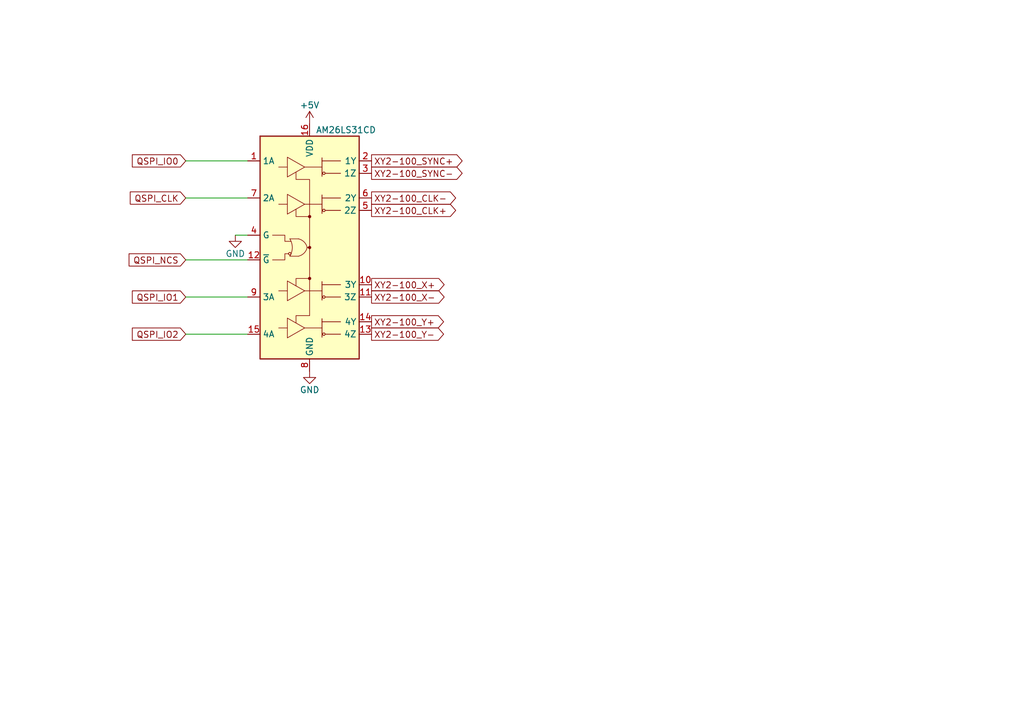
<source format=kicad_sch>
(kicad_sch (version 20231120) (generator "eeschema") (generator_version "8.0")
  (paper "A5")
  (lib_symbols
    (symbol "Interface:AM26LS31CD"
      (property "Reference" "U" (at -8.89 24.13 0))
      (property "Value" "AM26LS31CD" (at 10.16 24.13 0))
      (symbol "AM26LS31CD_0_1"
        (rectangle (start -10.16 22.86) (end 10.16 -22.86) (stroke (width 0.254)) (fill (type background)))
        (arc (start -4.064 -1.778) (mid -3.5541 0) (end -4.064 1.778) (stroke (width 0.127)))
        (circle (center -4.064 -1.27) (radius 0.254))
        (arc (start -2.286 -1.778) (mid -1.1381 -1.1479) (end -0.508 0) (stroke (width 0.127)))
        (arc (start -0.508 0) (mid -1.1381 1.1479) (end -2.286 1.778) (stroke (width 0.127)))
        (circle (center 0 -6.35) (radius 0.254) (fill (type outline)))
        (polyline (pts (xy -4.064 -1.778) (xy -2.286 -1.778)) (stroke (width 0.127)))
        (polyline (pts (xy -2.286 1.778) (xy -4.064 1.778)) (stroke (width 0.127)))
        (polyline (pts (xy -1.016 -16.51) (xy 2.54 -16.51)) (stroke (width 0.127)))
        (polyline (pts (xy -1.016 -8.89) (xy 2.54 -8.89)) (stroke (width 0.127)))
        (polyline (pts (xy -1.016 8.89) (xy 2.54 8.89)) (stroke (width 0.127)))
        (polyline (pts (xy -1.016 16.51) (xy 2.54 16.51)) (stroke (width 0.127)))
        (polyline (pts (xy -0.508 0) (xy 0 0)))
        (polyline (pts (xy 0 0) (xy 0 -13.97)) (stroke (width 0.127)))
        (polyline (pts (xy 0 6.35) (xy 0 0)) (stroke (width 0.127)))
        (polyline (pts (xy 2.54 -18.415) (xy 2.54 -14.605)) (stroke (width 0.1524)))
        (polyline (pts (xy 2.54 -15.24) (xy 6.35 -15.24)) (stroke (width 0.1524)))
        (polyline (pts (xy 2.54 -10.795) (xy 2.54 -6.985)) (stroke (width 0.1524)))
        (polyline (pts (xy 2.54 -7.62) (xy 6.35 -7.62)) (stroke (width 0.1524)))
        (polyline (pts (xy 2.54 6.985) (xy 2.54 10.795)) (stroke (width 0.1524)))
        (polyline (pts (xy 2.54 10.16) (xy 6.35 10.16)) (stroke (width 0.1524)))
        (polyline (pts (xy 2.54 14.605) (xy 2.54 18.415)) (stroke (width 0.1524)))
        (polyline (pts (xy 2.54 17.78) (xy 6.35 17.78)) (stroke (width 0.1524)))
        (polyline (pts (xy 6.35 -17.78) (xy 3.302 -17.78)) (stroke (width 0.1524)))
        (polyline (pts (xy 6.35 -10.16) (xy 3.302 -10.16)) (stroke (width 0.1524)))
        (polyline (pts (xy 6.35 7.62) (xy 3.302 7.62)) (stroke (width 0.1524)))
        (polyline (pts (xy 6.35 15.24) (xy 3.302 15.24)) (stroke (width 0.1524)))
        (polyline (pts (xy 0 -13.97) (xy -2.794 -13.97) (xy -2.794 -15.494)) (stroke (width 0.127)))
        (polyline (pts (xy 0 -6.35) (xy -2.794 -6.35) (xy -2.794 -7.874)) (stroke (width 0.127)))
        (polyline (pts (xy 0 6.35) (xy -2.794 6.35) (xy -2.794 7.874)) (stroke (width 0.127)))
        (polyline (pts (xy -7.62 2.54) (xy -5.08 2.54) (xy -5.08 1.27) (xy -3.81 1.27)) (stroke (width 0.127)))
        (polyline (pts (xy -4.572 18.542) (xy -4.572 14.478) (xy -1.016 16.51) (xy -4.572 18.542)) (stroke (width 0.127)))
        (polyline (pts (xy -4.318 -1.27) (xy -5.08 -1.27) (xy -5.08 -2.54) (xy -7.62 -2.54)) (stroke (width 0.127)))
        (polyline (pts (xy 0 6.35) (xy 0 13.97) (xy -2.794 13.97) (xy -2.794 15.494)) (stroke (width 0.127)))
        (circle (center 0 0) (radius 0.254) (fill (type outline)))
        (circle (center 0 6.35) (radius 0.254) (fill (type outline)))
        (circle (center 2.921 -17.78) (radius 0.254))
        (circle (center 2.921 -10.16) (radius 0.254))
        (circle (center 2.921 7.62) (radius 0.254))
        (circle (center 2.921 15.24) (radius 0.254))
      )
      (symbol "AM26LS31CD_1_1"
        (polyline (pts (xy -6.35 -16.51) (xy -4.572 -16.51)) (stroke (width 0.127)))
        (polyline (pts (xy -6.35 -8.89) (xy -4.572 -8.89)) (stroke (width 0.127)))
        (polyline (pts (xy -6.35 8.89) (xy -4.572 8.89)) (stroke (width 0.127)))
        (polyline (pts (xy -6.35 16.51) (xy -4.572 16.51)) (stroke (width 0.127)))
        (polyline (pts (xy -4.572 -14.478) (xy -4.572 -18.542) (xy -1.016 -16.51) (xy -4.572 -14.478)) (stroke (width 0.127)))
        (polyline (pts (xy -4.572 -6.858) (xy -4.572 -10.922) (xy -1.016 -8.89) (xy -4.572 -6.858)) (stroke (width 0.127)))
        (polyline (pts (xy -4.572 10.922) (xy -4.572 6.858) (xy -1.016 8.89) (xy -4.572 10.922)) (stroke (width 0.127)))
        (pin input line (at -12.7 17.78 0) (length 2.54) (name "1A") (number "1"))
        (pin tri_state line (at 12.7 -7.62 180) (length 2.54) (name "3Y") (number "10"))
        (pin tri_state line (at 12.7 -10.16 180) (length 2.54) (name "3Z") (number "11"))
        (pin input line (at -12.7 -2.54 0) (length 2.54) (name "~{G}") (number "12"))
        (pin tri_state line (at 12.7 -17.78 180) (length 2.54) (name "4Z") (number "13"))
        (pin tri_state line (at 12.7 -15.24 180) (length 2.54) (name "4Y") (number "14"))
        (pin input line (at -12.7 -17.78 0) (length 2.54) (name "4A") (number "15"))
        (pin power_in line (at 0 25.4 270) (length 2.54) (name "VDD") (number "16"))
        (pin tri_state line (at 12.7 17.78 180) (length 2.54) (name "1Y") (number "2"))
        (pin tri_state line (at 12.7 15.24 180) (length 2.54) (name "1Z") (number "3"))
        (pin input line (at -12.7 2.54 0) (length 2.54) (name "G") (number "4"))
        (pin tri_state line (at 12.7 7.62 180) (length 2.54) (name "2Z") (number "5"))
        (pin tri_state line (at 12.7 10.16 180) (length 2.54) (name "2Y") (number "6"))
        (pin input line (at -12.7 10.16 0) (length 2.54) (name "2A") (number "7"))
        (pin power_in line (at 0 -25.4 90) (length 2.54) (name "GND") (number "8"))
        (pin input line (at -12.7 -10.16 0) (length 2.54) (name "3A") (number "9"))
      )
    )
    (symbol "power:+5V" (power) (pin_names (offset 0))
      (property "Value" "+5V" (at 0 3.556 0))
      (symbol "+5V_0_1"
        (polyline (pts (xy -0.762 1.27) (xy 0 2.54)))
        (polyline (pts (xy 0 0) (xy 0 2.54)))
        (polyline (pts (xy 0 2.54) (xy 0.762 1.27)))
      )
      (symbol "+5V_1_1"
        (pin power_in line (at 0 0 90) (length 0) hide (name "+5V") (number "1"))
      )
    )
    (symbol "power:GND" (power) (pin_names (offset 0))
      (property "Value" "GND" (at 0 -3.81 0))
      (symbol "GND_0_1"
        (polyline (pts (xy 0 0) (xy 0 -1.27) (xy 1.27 -1.27) (xy 0 -2.54) (xy -1.27 -1.27) (xy 0 -1.27)))
      )
      (symbol "GND_1_1"
        (pin power_in line (at 0 0 270) (length 0) hide (name "GND") (number "1"))
      )
    )
  )
  (wire (pts (xy 38.1 60.96) (xy 50.8 60.96)))
  (wire (pts (xy 38.1 33.02) (xy 50.8 33.02)))
  (wire (pts (xy 38.1 53.34) (xy 50.8 53.34)))
  (wire (pts (xy 38.1 40.64) (xy 50.8 40.64)))
  (wire (pts (xy 48.26 48.26) (xy 50.8 48.26)))
  (wire (pts (xy 38.1 68.58) (xy 50.8 68.58)))
  (global_label "XY2-100_SYNC-" (shape output) (at 76.2 35.56 0) (property "Intersheetrefs" "${INTERSHEET_REFS}" (effects (hide yes))))
  (global_label "XY2-100_X+" (shape output) (at 76.2 58.42 0) (property "Intersheetrefs" "${INTERSHEET_REFS}" (effects (hide yes))))
  (global_label "XY2-100_Y-" (shape output) (at 76.2 68.58 0) (property "Intersheetrefs" "${INTERSHEET_REFS}" (effects (hide yes))))
  (global_label "XY2-100_Y+" (shape output) (at 76.2 66.04 0) (property "Intersheetrefs" "${INTERSHEET_REFS}" (effects (hide yes))))
  (global_label "XY2-100_CLK+" (shape output) (at 76.2 43.18 0) (property "Intersheetrefs" "${INTERSHEET_REFS}" (effects (hide yes))))
  (global_label "XY2-100_CLK-" (shape output) (at 76.2 40.64 0) (property "Intersheetrefs" "${INTERSHEET_REFS}" (effects (hide yes))))
  (global_label "XY2-100_X-" (shape output) (at 76.2 60.96 0) (property "Intersheetrefs" "${INTERSHEET_REFS}" (effects (hide yes))))
  (global_label "QSPI_NCS" (shape input) (at 38.1 53.34 180) (property "Intersheetrefs" "${INTERSHEET_REFS}" (effects (hide yes))))
  (global_label "QSPI_IO0" (shape input) (at 38.1 33.02 180) (property "Intersheetrefs" "${INTERSHEET_REFS}" (effects (hide yes))))
  (global_label "QSPI_CLK" (shape input) (at 38.1 40.64 180) (property "Intersheetrefs" "${INTERSHEET_REFS}" (effects (hide yes))))
  (global_label "QSPI_IO2" (shape input) (at 38.1 68.58 180) (property "Intersheetrefs" "${INTERSHEET_REFS}" (effects (hide yes))))
  (global_label "XY2-100_SYNC+" (shape output) (at 76.2 33.02 0) (property "Intersheetrefs" "${INTERSHEET_REFS}" (effects (hide yes))))
  (global_label "QSPI_IO1" (shape input) (at 38.1 60.96 180) (property "Intersheetrefs" "${INTERSHEET_REFS}" (effects (hide yes))))
  (symbol (lib_id "power:GND") (at 63.5 76.2 0) (unit 1)
    (property "Reference" "#PWR05" (effects (hide yes)))
    (property "Value" "GND" (at 63.5 80.01 0))
  )
  (symbol (lib_id "power:+5V") (at 63.5 25.4 0) (unit 1)
    (property "Reference" "#PWR04" (effects (hide yes)))
    (property "Value" "+5V" (at 63.5 21.59 0))
  )
  (symbol (lib_id "power:GND") (at 48.26 48.26 0) (unit 1)
    (property "Reference" "#PWR02" (effects (hide yes)))
    (property "Value" "GND" (at 48.26 52.07 0))
  )
  (symbol (lib_id "Interface:AM26LS31CD") (at 63.5 50.8 0) (unit 1)
    (property "Reference" "U1" (effects (hide yes)))
    (property "Value" "AM26LS31CD" (at 64.77 26.67 0) (effects (justify left)))
    (property "Footprint" "Package_SO:SOIC-16_3.9x9.9mm_P1.27mm" (effects (hide yes)))
    (property "Datasheet" "https://www.ti.com/lit/ds/symlink/am26ls31.pdf" (effects (hide yes)))
    (property "Description" "32Mbps 3.3V RS485 Quad Line Drivers, SOIC-16" (effects (hide yes)))
  )
)
</source>
